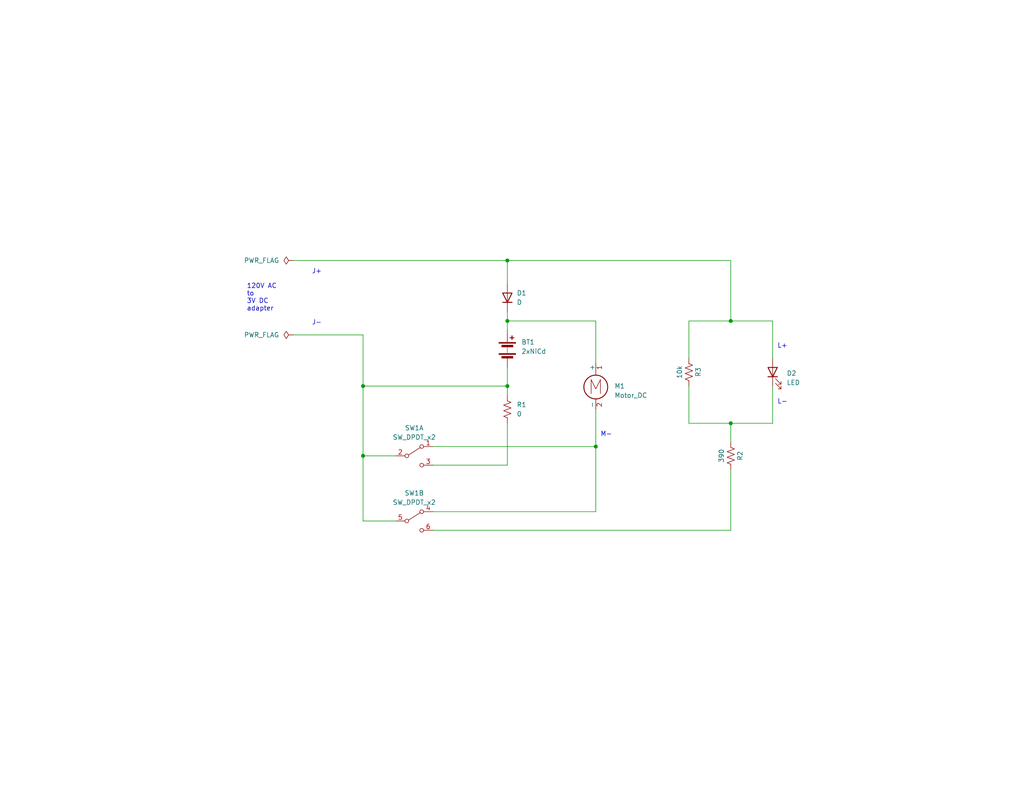
<source format=kicad_sch>
(kicad_sch (version 20230121) (generator eeschema)
  (paper "USLetter")
  (title_block (title "Remington HC920 Reverse Engineered Schematic") (date "2023-09-30"))
  (lib_symbols
    (symbol "Device:Battery" (pin_numbers hide) (pin_names (offset 0) hide)
      (property "Reference" "BT" (at 2.54 2.54 0))
      (property "Value" "Battery" (at 2.54 0 0))
      (symbol "Battery_0_1"
        (rectangle (start -2.286 -1.27) (end 2.286 -1.524) (fill (type outline)))
        (rectangle (start -2.286 1.778) (end 2.286 1.524) (fill (type outline)))
        (rectangle (start -1.524 -2.032) (end 1.524 -2.54) (fill (type outline)))
        (rectangle (start -1.524 1.016) (end 1.524 0.508) (fill (type outline)))
        (polyline (pts (xy 0 -1.016) (xy 0 -0.762)))
        (polyline (pts (xy 0 -0.508) (xy 0 -0.254)))
        (polyline (pts (xy 0 0) (xy 0 0.254)))
        (polyline (pts (xy 0 1.778) (xy 0 2.54)))
        (polyline (pts (xy 0.762 3.048) (xy 1.778 3.048)) (stroke (width 0.254)))
        (polyline (pts (xy 1.27 3.556) (xy 1.27 2.54)) (stroke (width 0.254)))
      )
      (symbol "Battery_1_1"
        (pin passive line (at 0 5.08 270) (length 2.54) (name "+") (number "1"))
        (pin passive line (at 0 -5.08 90) (length 2.54) (name "-") (number "2"))
      )
    )
    (symbol "Device:D" (pin_numbers hide) (pin_names (offset 1.016) hide)
      (property "Reference" "D" (at 0 2.54 0))
      (property "Value" "D" (at 0 -2.54 0))
      (symbol "D_0_1"
        (polyline (pts (xy -1.27 1.27) (xy -1.27 -1.27)) (stroke (width 0.254)))
        (polyline (pts (xy 1.27 0) (xy -1.27 0)))
        (polyline (pts (xy 1.27 1.27) (xy 1.27 -1.27) (xy -1.27 0) (xy 1.27 1.27)) (stroke (width 0.254)))
      )
      (symbol "D_1_1"
        (pin passive line (at -3.81 0 0) (length 2.54) (name "K") (number "1"))
        (pin passive line (at 3.81 0 180) (length 2.54) (name "A") (number "2"))
      )
    )
    (symbol "Device:LED" (pin_numbers hide) (pin_names (offset 1.016) hide)
      (property "Reference" "D" (at 0 2.54 0))
      (property "Value" "LED" (at 0 -2.54 0))
      (symbol "LED_0_1"
        (polyline (pts (xy -1.27 -1.27) (xy -1.27 1.27)) (stroke (width 0.254)))
        (polyline (pts (xy -1.27 0) (xy 1.27 0)))
        (polyline (pts (xy 1.27 -1.27) (xy 1.27 1.27) (xy -1.27 0) (xy 1.27 -1.27)) (stroke (width 0.254)))
        (polyline (pts (xy -3.048 -0.762) (xy -4.572 -2.286) (xy -3.81 -2.286) (xy -4.572 -2.286) (xy -4.572 -1.524)))
        (polyline (pts (xy -1.778 -0.762) (xy -3.302 -2.286) (xy -2.54 -2.286) (xy -3.302 -2.286) (xy -3.302 -1.524)))
      )
      (symbol "LED_1_1"
        (pin passive line (at -3.81 0 0) (length 2.54) (name "K") (number "1"))
        (pin passive line (at 3.81 0 180) (length 2.54) (name "A") (number "2"))
      )
    )
    (symbol "Device:R_US" (pin_numbers hide) (pin_names (offset 0))
      (property "Reference" "R" (at 2.54 0 90))
      (property "Value" "R_US" (at -2.54 0 90))
      (symbol "R_US_0_1"
        (polyline (pts (xy 0 -2.286) (xy 0 -2.54)))
        (polyline (pts (xy 0 2.286) (xy 0 2.54)))
        (polyline (pts (xy 0 -0.762) (xy 1.016 -1.143) (xy 0 -1.524) (xy -1.016 -1.905) (xy 0 -2.286)))
        (polyline (pts (xy 0 0.762) (xy 1.016 0.381) (xy 0 0) (xy -1.016 -0.381) (xy 0 -0.762)))
        (polyline (pts (xy 0 2.286) (xy 1.016 1.905) (xy 0 1.524) (xy -1.016 1.143) (xy 0 0.762)))
      )
      (symbol "R_US_1_1"
        (pin passive line (at 0 3.81 270) (length 1.27) (name "~") (number "1"))
        (pin passive line (at 0 -3.81 90) (length 1.27) (name "~") (number "2"))
      )
    )
    (symbol "Motor:Motor_DC" (pin_names (offset 0))
      (property "Reference" "M" (at 2.54 2.54 0))
      (property "Value" "Motor_DC" (at 2.54 -5.08 0))
      (symbol "Motor_DC_0_0"
        (polyline (pts (xy -1.27 -3.302) (xy -1.27 0.508) (xy 0 -2.032) (xy 1.27 0.508) (xy 1.27 -3.302)))
      )
      (symbol "Motor_DC_0_1"
        (circle (center 0 -1.524) (radius 3.2512) (stroke (width 0.254)))
        (polyline (pts (xy 0 -7.62) (xy 0 -7.112)))
        (polyline (pts (xy 0 -4.7752) (xy 0 -5.1816)))
        (polyline (pts (xy 0 1.7272) (xy 0 2.0828)))
        (polyline (pts (xy 0 2.032) (xy 0 2.54)))
      )
      (symbol "Motor_DC_1_1"
        (pin passive line (at 0 5.08 270) (length 2.54) (name "+") (number "1"))
        (pin passive line (at 0 -7.62 90) (length 2.54) (name "-") (number "2"))
      )
    )
    (symbol "Switch:SW_DPDT_x2" (pin_names (offset 0) hide)
      (property "Reference" "SW" (at 0 4.318 0))
      (property "Value" "SW_DPDT_x2" (at 0 -5.08 0))
      (symbol "SW_DPDT_x2_0_0"
        (circle (center -2.032 0) (radius 0.508))
        (circle (center 2.032 -2.54) (radius 0.508))
      )
      (symbol "SW_DPDT_x2_0_1"
        (polyline (pts (xy -1.524 0.254) (xy 1.651 2.286)))
        (circle (center 2.032 2.54) (radius 0.508))
      )
      (symbol "SW_DPDT_x2_1_1"
        (pin passive line (at 5.08 2.54 180) (length 2.54) (name "A") (number "1"))
        (pin passive line (at -5.08 0 0) (length 2.54) (name "B") (number "2"))
        (pin passive line (at 5.08 -2.54 180) (length 2.54) (name "C") (number "3"))
      )
      (symbol "SW_DPDT_x2_2_1"
        (pin passive line (at 5.08 2.54 180) (length 2.54) (name "A") (number "4"))
        (pin passive line (at -5.08 0 0) (length 2.54) (name "B") (number "5"))
        (pin passive line (at 5.08 -2.54 180) (length 2.54) (name "C") (number "6"))
      )
    )
    (symbol "power:PWR_FLAG" (power) (pin_numbers hide) (pin_names (offset 0) hide)
      (property "Value" "PWR_FLAG" (at 0 3.81 0))
      (symbol "PWR_FLAG_0_0"
        (pin power_out line (at 0 0 90) (length 0) (name "pwr") (number "1"))
      )
      (symbol "PWR_FLAG_0_1"
        (polyline (pts (xy 0 0) (xy 0 1.27) (xy -1.016 1.905) (xy 0 2.54) (xy 1.016 1.905) (xy 0 1.27)))
      )
    )
  )
  (junction (at 138.43 87.63))
  (junction (at 199.39 115.57))
  (junction (at 162.56 121.92))
  (junction (at 138.43 71.12))
  (junction (at 99.06 124.46))
  (junction (at 99.06 105.41))
  (junction (at 138.43 105.41))
  (junction (at 199.39 87.63))
  (wire (pts (xy 162.56 139.7) (xy 118.11 139.7)))
  (wire (pts (xy 199.39 87.63) (xy 199.39 71.12)))
  (wire (pts (xy 187.96 97.79) (xy 187.96 87.63)))
  (wire (pts (xy 138.43 71.12) (xy 199.39 71.12)))
  (wire (pts (xy 210.82 115.57) (xy 199.39 115.57)))
  (wire (pts (xy 162.56 111.76) (xy 162.56 121.92)))
  (wire (pts (xy 210.82 105.41) (xy 210.82 115.57)))
  (wire (pts (xy 138.43 87.63) (xy 162.56 87.63)))
  (wire (pts (xy 138.43 85.09) (xy 138.43 87.63)))
  (wire (pts (xy 187.96 115.57) (xy 187.96 105.41)))
  (wire (pts (xy 138.43 71.12) (xy 138.43 77.47)))
  (wire (pts (xy 138.43 100.33) (xy 138.43 105.41)))
  (wire (pts (xy 210.82 87.63) (xy 199.39 87.63)))
  (wire (pts (xy 162.56 87.63) (xy 162.56 99.06)))
  (wire (pts (xy 118.11 121.92) (xy 162.56 121.92)))
  (wire (pts (xy 199.39 115.57) (xy 199.39 120.65)))
  (wire (pts (xy 210.82 97.79) (xy 210.82 87.63)))
  (wire (pts (xy 162.56 121.92) (xy 162.56 139.7)))
  (wire (pts (xy 138.43 127) (xy 118.11 127)))
  (wire (pts (xy 138.43 87.63) (xy 138.43 90.17)))
  (wire (pts (xy 187.96 87.63) (xy 199.39 87.63)))
  (wire (pts (xy 99.06 105.41) (xy 138.43 105.41)))
  (wire (pts (xy 80.01 91.44) (xy 99.06 91.44)))
  (wire (pts (xy 99.06 105.41) (xy 99.06 124.46)))
  (wire (pts (xy 138.43 115.57) (xy 138.43 127)))
  (wire (pts (xy 99.06 124.46) (xy 107.95 124.46)))
  (wire (pts (xy 199.39 144.78) (xy 118.11 144.78)))
  (wire (pts (xy 80.01 71.12) (xy 138.43 71.12)))
  (wire (pts (xy 99.06 124.46) (xy 99.06 142.24)))
  (wire (pts (xy 138.43 105.41) (xy 138.43 107.95)))
  (wire (pts (xy 99.06 91.44) (xy 99.06 105.41)))
  (wire (pts (xy 99.06 142.24) (xy 107.95 142.24)))
  (wire (pts (xy 199.39 115.57) (xy 187.96 115.57)))
  (wire (pts (xy 199.39 128.27) (xy 199.39 144.78)))
  (text "120V AC\nto\n3V DC\nadapter" (at 67.31 85.09 0) (effects (font (size 1.27 1.27)) (justify left bottom)))
  (text "L+" (at 212.09 95.25 0) (effects (font (size 1.27 1.27)) (justify left bottom)))
  (text "L-" (at 212.09 110.49 0) (effects (font (size 1.27 1.27)) (justify left bottom)))
  (text "M-" (at 163.83 119.38 0) (effects (font (size 1.27 1.27)) (justify left bottom)))
  (text "J-" (at 85.09 88.9 0) (effects (font (size 1.27 1.27)) (justify left bottom)))
  (text "J+" (at 85.09 74.93 0) (effects (font (size 1.27 1.27)) (justify left bottom)))
  (symbol (lib_id "Device:Battery") (at 138.43 95.25 0) (unit 1)
    (property "Reference" "BT1" (at 142.24 93.4085 0) (effects (justify left)))
    (property "Value" "2xNiCd" (at 142.24 95.9485 0) (effects (justify left)))
  )
  (symbol (lib_id "power:PWR_FLAG") (at 80.01 71.12 90) (unit 1)
    (property "Reference" "#FLG01" (effects hide))
    (property "Value" "PWR_FLAG" (at 76.2 71.12 90) (effects (justify left)))
  )
  (symbol (lib_id "Device:R_US") (at 199.39 124.46 0) (unit 1)
    (property "Reference" "R2" (at 201.93 124.46 90))
    (property "Value" "390" (at 196.85 124.46 90))
  )
  (symbol (lib_id "power:PWR_FLAG") (at 80.01 91.44 90) (unit 1)
    (property "Reference" "#FLG02" (effects hide))
    (property "Value" "PWR_FLAG" (at 76.2 91.44 90) (effects (justify left)))
  )
  (symbol (lib_id "Motor:Motor_DC") (at 162.56 104.14 0) (unit 1)
    (property "Reference" "M1" (at 167.64 105.41 0) (effects (justify left)))
    (property "Value" "Motor_DC" (at 167.64 107.95 0) (effects (justify left)))
  )
  (symbol (lib_id "Device:D") (at 138.43 81.28 90) (unit 1)
    (property "Reference" "D1" (at 140.97 80.01 90) (effects (justify right)))
    (property "Value" "D" (at 140.97 82.55 90) (effects (justify right)))
    (property "Sim.Device" "D" (effects hide))
    (property "Sim.Pins" "1=K 2=A" (effects hide))
  )
  (symbol (lib_id "Device:R_US") (at 138.43 111.76 0) (unit 1)
    (property "Reference" "R1" (at 140.97 110.49 0) (effects (justify left)))
    (property "Value" "0" (at 140.97 113.03 0) (effects (justify left)))
  )
  (symbol (lib_id "Device:R_US") (at 187.96 101.6 0) (unit 1)
    (property "Reference" "R3" (at 190.5 101.6 90))
    (property "Value" "10k" (at 185.42 101.6 90))
  )
  (symbol (lib_id "Switch:SW_DPDT_x2") (at 113.03 124.46 0) (unit 1)
    (property "Reference" "SW1" (at 113.03 116.84 0))
    (property "Value" "SW_DPDT_x2" (at 113.03 119.38 0))
  )
  (symbol (lib_id "Device:LED") (at 210.82 101.6 90) (unit 1)
    (property "Reference" "D2" (at 214.63 101.9175 90) (effects (justify right)))
    (property "Value" "LED" (at 214.63 104.4575 90) (effects (justify right)))
  )
  (symbol (lib_id "Switch:SW_DPDT_x2") (at 113.03 142.24 0) (unit 2)
    (property "Reference" "SW1" (at 113.03 134.62 0))
    (property "Value" "SW_DPDT_x2" (at 113.03 137.16 0))
  )
)
</source>
